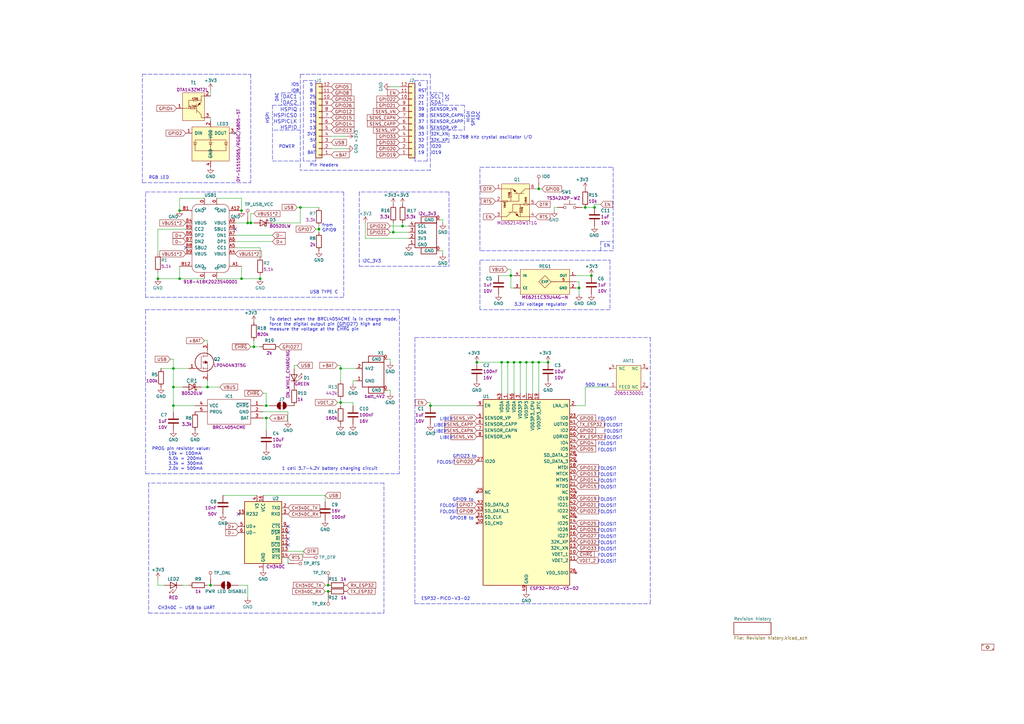
<source format=kicad_sch>
(kicad_sch (version 20211123) (generator eeschema)
  (paper "A3")
  (title_block (title "Carbon V3") (date "2021-12-08") (rev "0.0.3") (company "GroundStudio.ro") (comment 1 "Schematic: Victor"))
  (junction (at 242.57 113.03))
  (junction (at 64.77 114.3))
  (junction (at 104.14 142.24))
  (junction (at 218.44 148.59))
  (junction (at 213.36 148.59))
  (junction (at 109.22 171.45))
  (junction (at 205.74 148.59))
  (junction (at 161.29 95.25))
  (junction (at 139.7 151.13))
  (junction (at 195.58 148.59))
  (junction (at 134.62 242.57))
  (junction (at 209.55 113.03))
  (junction (at 139.7 165.1))
  (junction (at 109.22 166.37))
  (junction (at 71.12 158.75))
  (junction (at 102.87 91.44))
  (junction (at 134.62 240.03))
  (junction (at 208.28 148.59))
  (junction (at 71.12 151.13))
  (junction (at 240.03 85.09))
  (junction (at 220.98 148.59))
  (junction (at 165.1 92.71))
  (junction (at 237.49 118.11))
  (junction (at 123.19 85.09))
  (junction (at 73.66 86.36))
  (junction (at 101.6 91.44))
  (junction (at 130.81 93.98))
  (junction (at 99.06 86.36))
  (junction (at 210.82 148.59))
  (junction (at 71.12 166.37))
  (junction (at 106.68 114.3))
  (junction (at 86.36 240.03))
  (junction (at 215.9 148.59))
  (junction (at 73.66 114.3))
  (junction (at 99.06 114.3))
  (junction (at 85.09 158.75))
  (junction (at 176.53 166.37))
  (junction (at 220.98 77.47))
  (junction (at 224.79 148.59))
  (junction (at 243.84 85.09))
  (no_connect (at 118.11 218.44))
  (no_connect (at 96.52 93.98))
  (no_connect (at 96.52 54.61))
  (no_connect (at 76.2 101.6))
  (no_connect (at 118.11 223.52))
  (no_connect (at 97.79 210.82))
  (no_connect (at 118.11 215.9))
  (no_connect (at 118.11 220.98))
  (wire (pts (xy 71.12 166.37) (xy 71.12 168.91)))
  (wire (pts (xy 107.95 166.37) (xy 109.22 166.37)))
  (polyline (pts (xy 124.46 66.04) (xy 124.46 33.02)))
  (wire (pts (xy 160.02 161.29) (xy 160.02 160.02)))
  (polyline (pts (xy 59.69 78.74) (xy 140.97 78.74)))
  (wire (pts (xy 133.35 242.57) (xy 134.62 242.57)))
  (wire (pts (xy 101.6 240.03) (xy 101.6 245.11)))
  (polyline (pts (xy 196.85 127) (xy 196.85 106.68)))
  (wire (pts (xy 209.55 110.49) (xy 209.55 113.03)))
  (polyline (pts (xy 59.69 127) (xy 163.83 127)))
  (wire (pts (xy 135.89 60.96) (xy 142.24 60.96)))
  (polyline (pts (xy 59.69 194.31) (xy 163.83 194.31)))
  (wire (pts (xy 215.9 161.29) (xy 215.9 148.59)))
  (wire (pts (xy 118.11 226.06) (xy 124.46 226.06)))
  (polyline (pts (xy 59.69 127) (xy 59.69 194.31)))
  (polyline (pts (xy 184.15 78.74) (xy 184.15 109.22)))
  (wire (pts (xy 73.66 81.28) (xy 83.82 81.28)))
  (wire (pts (xy 133.35 205.74) (xy 133.35 203.2)))
  (polyline (pts (xy 147.32 78.74) (xy 147.32 109.22)))
  (polyline (pts (xy 176.53 58.42) (xy 184.15 58.42)))
  (polyline (pts (xy 140.97 121.92) (xy 59.69 121.92)))
  (polyline (pts (xy 176.53 30.48) (xy 176.53 69.85)))
  (wire (pts (xy 124.46 226.06) (xy 124.46 228.6)))
  (wire (pts (xy 160.02 147.32) (xy 158.75 147.32)))
  (wire (pts (xy 85.09 139.7) (xy 85.09 140.97)))
  (wire (pts (xy 118.11 231.14) (xy 118.11 228.6)))
  (polyline (pts (xy 170.18 33.02) (xy 175.26 33.02)))
  (wire (pts (xy 139.7 163.83) (xy 139.7 165.1)))
  (polyline (pts (xy 157.48 198.12) (xy 60.96 198.12)))
  (wire (pts (xy 220.98 148.59) (xy 220.98 161.29)))
  (polyline (pts (xy 251.46 68.58) (xy 251.46 102.87)))
  (polyline (pts (xy 102.87 30.48) (xy 102.87 74.93)))
  (wire (pts (xy 74.93 158.75) (xy 71.12 158.75)))
  (wire (pts (xy 205.74 148.59) (xy 195.58 148.59)))
  (wire (pts (xy 160.02 95.25) (xy 161.29 95.25)))
  (wire (pts (xy 213.36 148.59) (xy 210.82 148.59)))
  (wire (pts (xy 96.52 101.6) (xy 106.68 101.6)))
  (polyline (pts (xy 170.18 138.43) (xy 266.7 138.43)))
  (wire (pts (xy 74.93 240.03) (xy 77.47 240.03)))
  (wire (pts (xy 106.68 113.03) (xy 106.68 114.3)))
  (wire (pts (xy 130.81 93.98) (xy 130.81 95.25)))
  (polyline (pts (xy 175.26 33.02) (xy 175.26 66.04)))
  (wire (pts (xy 205.74 148.59) (xy 205.74 161.29)))
  (polyline (pts (xy 115.57 38.1) (xy 123.19 38.1)))
  (wire (pts (xy 71.12 147.32) (xy 71.12 151.13)))
  (wire (pts (xy 180.34 90.17) (xy 181.61 90.17)))
  (polyline (pts (xy 176.53 53.34) (xy 190.5 53.34)))
  (wire (pts (xy 133.35 240.03) (xy 134.62 240.03)))
  (polyline (pts (xy 111.76 43.18) (xy 111.76 66.04)))
  (wire (pts (xy 88.9 114.3) (xy 99.06 114.3)))
  (polyline (pts (xy 129.54 66.04) (xy 124.46 66.04)))
  (polyline (pts (xy 190.5 53.34) (xy 190.5 43.18)))
  (polyline (pts (xy 184.15 58.42) (xy 184.15 53.34)))
  (polyline (pts (xy 250.19 127) (xy 196.85 127)))
  (wire (pts (xy 208.28 148.59) (xy 210.82 148.59)))
  (wire (pts (xy 209.55 113.03) (xy 204.47 113.03)))
  (polyline (pts (xy 246.38 99.06) (xy 251.46 99.06)))
  (polyline (pts (xy 60.96 251.46) (xy 157.48 251.46)))
  (wire (pts (xy 71.12 151.13) (xy 71.12 158.75)))
  (wire (pts (xy 85.09 156.21) (xy 85.09 158.75)))
  (wire (pts (xy 64.77 93.98) (xy 76.2 93.98)))
  (wire (pts (xy 144.78 156.21) (xy 146.05 156.21)))
  (wire (pts (xy 73.66 114.3) (xy 83.82 114.3)))
  (wire (pts (xy 240.03 166.37) (xy 240.03 158.75)))
  (wire (pts (xy 64.77 240.03) (xy 67.31 240.03)))
  (wire (pts (xy 213.36 161.29) (xy 213.36 148.59)))
  (wire (pts (xy 66.04 151.13) (xy 71.12 151.13)))
  (polyline (pts (xy 123.19 30.48) (xy 176.53 30.48)))
  (wire (pts (xy 160.02 35.56) (xy 163.83 35.56)))
  (wire (pts (xy 107.95 161.29) (xy 109.22 161.29)))
  (polyline (pts (xy 129.54 33.02) (xy 129.54 66.04)))
  (wire (pts (xy 109.22 171.45) (xy 110.49 171.45)))
  (wire (pts (xy 236.22 115.57) (xy 237.49 115.57)))
  (polyline (pts (xy 196.85 106.68) (xy 250.19 106.68)))
  (wire (pts (xy 73.66 109.22) (xy 73.66 114.3)))
  (polyline (pts (xy 181.61 38.1) (xy 176.53 38.1)))
  (polyline (pts (xy 190.5 43.18) (xy 176.53 43.18)))
  (wire (pts (xy 97.79 240.03) (xy 101.6 240.03)))
  (polyline (pts (xy 140.97 78.74) (xy 140.97 121.92)))
  (wire (pts (xy 102.87 91.44) (xy 104.14 91.44)))
  (wire (pts (xy 99.06 81.28) (xy 99.06 86.36)))
  (polyline (pts (xy 163.83 127) (xy 163.83 194.31)))
  (wire (pts (xy 96.52 96.52) (xy 111.76 96.52)))
  (wire (pts (xy 109.22 161.29) (xy 109.22 166.37)))
  (wire (pts (xy 209.55 118.11) (xy 210.82 118.11)))
  (polyline (pts (xy 157.48 251.46) (xy 157.48 198.12)))
  (wire (pts (xy 220.98 77.47) (xy 222.25 77.47)))
  (wire (pts (xy 208.28 148.59) (xy 208.28 161.29)))
  (wire (pts (xy 227.33 86.36) (xy 227.33 85.09)))
  (wire (pts (xy 144.78 165.1) (xy 144.78 166.37)))
  (polyline (pts (xy 111.76 66.04) (xy 123.19 66.04)))
  (wire (pts (xy 85.09 240.03) (xy 86.36 240.03)))
  (wire (pts (xy 73.66 86.36) (xy 73.66 81.28)))
  (wire (pts (xy 69.85 147.32) (xy 71.12 147.32)))
  (polyline (pts (xy 123.19 30.48) (xy 123.19 69.85)))
  (wire (pts (xy 130.81 85.09) (xy 123.19 85.09)))
  (wire (pts (xy 135.89 55.88) (xy 142.24 55.88)))
  (wire (pts (xy 240.03 158.75) (xy 250.19 158.75)))
  (polyline (pts (xy 250.19 106.68) (xy 250.19 127)))
  (wire (pts (xy 85.09 158.75) (xy 90.17 158.75)))
  (polyline (pts (xy 58.42 30.48) (xy 102.87 30.48)))
  (wire (pts (xy 104.14 87.63) (xy 102.87 87.63)))
  (polyline (pts (xy 246.38 102.87) (xy 246.38 99.06)))
  (polyline (pts (xy 196.85 68.58) (xy 251.46 68.58)))
  (polyline (pts (xy 147.32 109.22) (xy 184.15 109.22)))
  (wire (pts (xy 77.47 151.13) (xy 71.12 151.13)))
  (wire (pts (xy 101.6 91.44) (xy 102.87 91.44)))
  (wire (pts (xy 236.22 118.11) (xy 237.49 118.11)))
  (wire (pts (xy 120.65 149.86) (xy 120.65 151.13)))
  (wire (pts (xy 86.36 48.26) (xy 86.36 49.53)))
  (wire (pts (xy 205.74 148.59) (xy 208.28 148.59)))
  (polyline (pts (xy 115.57 38.1) (xy 115.57 43.18)))
  (wire (pts (xy 243.84 83.82) (xy 246.38 83.82)))
  (wire (pts (xy 96.52 99.06) (xy 111.76 99.06)))
  (wire (pts (xy 218.44 148.59) (xy 218.44 161.29)))
  (polyline (pts (xy 181.61 38.1) (xy 181.61 43.18)))
  (wire (pts (xy 106.68 101.6) (xy 106.68 105.41)))
  (wire (pts (xy 123.19 85.09) (xy 123.19 91.44)))
  (wire (pts (xy 118.11 168.91) (xy 118.11 172.72)))
  (wire (pts (xy 160.02 92.71) (xy 165.1 92.71)))
  (wire (pts (xy 138.43 149.86) (xy 139.7 149.86)))
  (wire (pts (xy 96.52 91.44) (xy 101.6 91.44)))
  (wire (pts (xy 130.81 92.71) (xy 130.81 93.98)))
  (wire (pts (xy 236.22 166.37) (xy 240.03 166.37)))
  (polyline (pts (xy 170.18 247.65) (xy 170.18 138.43)))
  (polyline (pts (xy 58.42 74.93) (xy 102.87 74.93)))
  (polyline (pts (xy 175.26 66.04) (xy 170.18 66.04)))
  (wire (pts (xy 102.87 87.63) (xy 102.87 91.44)))
  (wire (pts (xy 139.7 149.86) (xy 139.7 151.13)))
  (wire (pts (xy 161.29 95.25) (xy 167.64 95.25)))
  (wire (pts (xy 64.77 111.76) (xy 64.77 114.3)))
  (wire (pts (xy 139.7 151.13) (xy 146.05 151.13)))
  (wire (pts (xy 218.44 148.59) (xy 220.98 148.59)))
  (wire (pts (xy 237.49 115.57) (xy 237.49 118.11)))
  (wire (pts (xy 219.71 77.47) (xy 220.98 77.47)))
  (wire (pts (xy 88.9 81.28) (xy 99.06 81.28)))
  (wire (pts (xy 227.33 85.09) (xy 228.6 85.09)))
  (polyline (pts (xy 124.46 33.02) (xy 129.54 33.02)))
  (wire (pts (xy 129.54 93.98) (xy 130.81 93.98)))
  (wire (pts (xy 99.06 114.3) (xy 99.06 109.22)))
  (wire (pts (xy 210.82 148.59) (xy 210.82 161.29)))
  (polyline (pts (xy 111.76 43.18) (xy 123.19 43.18)))
  (polyline (pts (xy 170.18 247.65) (xy 266.7 247.65)))
  (wire (pts (xy 104.14 139.7) (xy 104.14 142.24)))
  (wire (pts (xy 165.1 92.71) (xy 167.64 92.71)))
  (wire (pts (xy 109.22 176.53) (xy 109.22 171.45)))
  (wire (pts (xy 209.55 113.03) (xy 209.55 118.11)))
  (wire (pts (xy 107.95 203.2) (xy 133.35 203.2)))
  (polyline (pts (xy 59.69 121.92) (xy 59.69 78.74)))
  (wire (pts (xy 180.34 102.87) (xy 181.61 102.87)))
  (wire (pts (xy 107.95 171.45) (xy 109.22 171.45)))
  (wire (pts (xy 71.12 166.37) (xy 80.01 166.37)))
  (wire (pts (xy 240.03 85.09) (xy 243.84 85.09)))
  (wire (pts (xy 243.84 85.09) (xy 243.84 83.82)))
  (wire (pts (xy 238.76 85.09) (xy 240.03 85.09)))
  (polyline (pts (xy 176.53 69.85) (xy 123.19 69.85)))
  (wire (pts (xy 181.61 90.17) (xy 181.61 91.44)))
  (polyline (pts (xy 123.19 53.34) (xy 111.76 53.34)))
  (wire (pts (xy 161.29 91.44) (xy 161.29 95.25)))
  (wire (pts (xy 208.28 110.49) (xy 209.55 110.49)))
  (wire (pts (xy 237.49 118.11) (xy 237.49 120.65)))
  (wire (pts (xy 149.86 97.79) (xy 167.64 97.79)))
  (wire (pts (xy 139.7 151.13) (xy 139.7 156.21)))
  (wire (pts (xy 73.66 114.3) (xy 64.77 114.3)))
  (polyline (pts (xy 170.18 66.04) (xy 170.18 33.02)))
  (polyline (pts (xy 196.85 102.87) (xy 196.85 68.58)))
  (wire (pts (xy 236.22 113.03) (xy 242.57 113.03)))
  (polyline (pts (xy 60.96 198.12) (xy 60.96 251.46)))
  (wire (pts (xy 175.26 165.1) (xy 176.53 165.1)))
  (wire (pts (xy 71.12 158.75) (xy 71.12 166.37)))
  (wire (pts (xy 111.76 91.44) (xy 123.19 91.44)))
  (wire (pts (xy 181.61 102.87) (xy 181.61 104.14)))
  (wire (pts (xy 215.9 148.59) (xy 218.44 148.59)))
  (wire (pts (xy 176.53 165.1) (xy 176.53 166.37)))
  (wire (pts (xy 144.78 165.1) (xy 139.7 165.1)))
  (polyline (pts (xy 184.15 78.74) (xy 147.32 78.74)))
  (wire (pts (xy 99.06 114.3) (xy 106.68 114.3)))
  (wire (pts (xy 165.1 91.44) (xy 165.1 92.71)))
  (wire (pts (xy 109.22 166.37) (xy 110.49 166.37)))
  (wire (pts (xy 104.14 142.24) (xy 106.68 142.24)))
  (polyline (pts (xy 266.7 138.43) (xy 266.7 247.65)))
  (wire (pts (xy 160.02 160.02) (xy 158.75 160.02)))
  (wire (pts (xy 121.92 149.86) (xy 120.65 149.86)))
  (polyline (pts (xy 251.46 102.87) (xy 196.85 102.87)))
  (wire (pts (xy 102.87 142.24) (xy 104.14 142.24)))
  (wire (pts (xy 105.41 203.2) (xy 91.44 203.2)))
  (wire (pts (xy 139.7 165.1) (xy 139.7 166.37)))
  (wire (pts (xy 86.36 240.03) (xy 87.63 240.03)))
  (wire (pts (xy 86.36 36.83) (xy 86.36 39.37)))
  (wire (pts (xy 144.78 157.48) (xy 144.78 156.21)))
  (polyline (pts (xy 58.42 74.93) (xy 58.42 30.48)))
  (wire (pts (xy 220.98 148.59) (xy 224.79 148.59)))
  (wire (pts (xy 138.43 165.1) (xy 139.7 165.1)))
  (wire (pts (xy 82.55 158.75) (xy 85.09 158.75)))
  (wire (pts (xy 215.9 148.59) (xy 213.36 148.59)))
  (wire (pts (xy 64.77 104.14) (xy 64.77 93.98)))
  (wire (pts (xy 176.53 166.37) (xy 195.58 166.37)))
  (wire (pts (xy 149.86 91.44) (xy 149.86 97.79)))
  (wire (pts (xy 107.95 168.91) (xy 118.11 168.91)))
  (wire (pts (xy 83.82 139.7) (xy 85.09 139.7)))
  (wire (pts (xy 160.02 148.59) (xy 160.02 147.32)))
  (wire (pts (xy 64.77 237.49) (xy 64.77 240.03)))
  (wire (pts (xy 210.82 113.03) (xy 209.55 113.03)))
  (wire (pts (xy 121.92 85.09) (xy 123.19 85.09)))
  (text "IO20" (at 176.53 60.96 0) (effects (font (size 1.27 1.27)) (justify left bottom)))
  (text "GPIO23 to" (at 195.58 187.96 180) (effects (font (size 1.27 1.27)) (justify right bottom)))
  (text "RST" (at 171.45 38.1 0) (effects (font (size 1.27 1.27)) (justify left bottom)))
  (text "FOLOSIT" (at 245.11 195.58 0) (effects (font (size 1.27 1.27)) (justify left bottom)))
  (text "3.3V voltage regulator" (at 210.82 125.73 0) (effects (font (size 1.27 1.27)) (justify left bottom)))
  (text "GPIO18 to" (at 194.31 213.36 180) (effects (font (size 1.27 1.27)) (justify right bottom)))
  (text "LIBER" (at 180.34 180.34 0) (effects (font (size 1.27 1.27)) (justify left bottom)))
  (text "FOLOSIT" (at 245.11 185.42 0) (effects (font (size 1.27 1.27)) (justify left bottom)))
  (text "3V3" (at 129.54 55.88 180) (effects (font (size 1.27 1.27)) (justify right bottom)))
  (text "19" (at 171.45 63.5 0) (effects (font (size 1.27 1.27)) (justify left bottom)))
  (text "HIGH\nSPEED\nADC" (at 196.85 45.72 270) (effects (font (size 1.27 1.27)) (justify right bottom)))
  (text "25" (at 129.54 40.64 180) (effects (font (size 1.27 1.27)) (justify right bottom)))
  (text "BAT" (at 129.54 63.5 180) (effects (font (size 1.27 1.27)) (justify right bottom)))
  (text "I2C" (at 184.15 41.91 90) (effects (font (size 1.27 1.27)) (justify left bottom)))
  (text "FOLOSIT" (at 247.65 177.8 0) (effects (font (size 1.27 1.27)) (justify left bottom)))
  (text "FOLOSIT" (at 179.07 190.5 0) (effects (font (size 1.27 1.27)) (justify left bottom)))
  (text "FOLOSIT" (at 245.11 182.88 0) (effects (font (size 1.27 1.27)) (justify left bottom)))
  (text "FOLOSIT" (at 245.11 208.28 0) (effects (font (size 1.27 1.27)) (justify left bottom)))
  (text "26" (at 129.54 43.18 180) (effects (font (size 1.27 1.27)) (justify right bottom)))
  (text "FOLOSIT" (at 180.34 208.28 0) (effects (font (size 1.27 1.27)) (justify left bottom)))
  (text "32K_XN" (at 176.53 55.88 0) (effects (font (size 1.27 1.27)) (justify left bottom)))
  (text "8" (at 127 38.1 0) (effects (font (size 1.27 1.27)) (justify left bottom)))
  (text "22" (at 171.45 40.64 0) (effects (font (size 1.27 1.27)) (justify left bottom)))
  (text "USB TYPE C" (at 127 120.65 0) (effects (font (size 1.27 1.27)) (justify left bottom)))
  (text "HSPIQ\nHSPICS0\nHSPICLK\nHSPID\n" (at 121.92 53.34 180) (effects (font (size 1.524 1.524)) (justify right bottom)))
  (text "RGB LED" (at 60.96 73.66 0) (effects (font (size 1.27 1.27)) (justify left bottom)))
  (text "FOLOSIT" (at 245.11 218.44 0) (effects (font (size 1.27 1.27)) (justify left bottom)))
  (text "SENSOR_CAPP" (at 176.53 50.8 0) (effects (font (size 1.27 1.27)) (justify left bottom)))
  (text "FOLOSIT" (at 245.11 215.9 0) (effects (font (size 1.27 1.27)) (justify left bottom)))
  (text "32K_XP" (at 176.53 58.42 0) (effects (font (size 1.27 1.27)) (justify left bottom)))
  (text "15" (at 129.54 48.26 180) (effects (font (size 1.27 1.27)) (justify right bottom)))
  (text "EN" (at 247.65 101.6 0) (effects (font (size 1.27 1.27)) (justify left bottom)))
  (text "FOLOSIT" (at 180.34 210.82 0) (effects (font (size 1.27 1.27)) (justify left bottom)))
  (text "SENSOR_VN" (at 176.53 45.72 0) (effects (font (size 1.27 1.27)) (justify left bottom)))
  (text "14" (at 129.54 50.8 180) (effects (font (size 1.27 1.27)) (justify right bottom)))
  (text "IO19" (at 176.53 63.5 0) (effects (font (size 1.27 1.27)) (justify left bottom)))
  (text "DAC" (at 114.3 41.91 90) (effects (font (size 1.27 1.27)) (justify left bottom)))
  (text "12" (at 129.54 45.72 180) (effects (font (size 1.27 1.27)) (justify right bottom)))
  (text "FOLOSIT" (at 245.11 210.82 0) (effects (font (size 1.27 1.27)) (justify left bottom)))
  (text "G" (at 129.54 60.96 180) (effects (font (size 1.27 1.27)) (justify right bottom)))
  (text "PROG pin resistor value:\n       10k = 100mA\n       5.0k = 200mA\n       3.3k = 300mA\n       2.0k = 500mA" (at 62.23 193.04 0) (effects (font (size 1.27 1.27)) (justify left bottom)))
  (text "FOLOSIT" (at 245.11 200.66 0) (effects (font (size 1.27 1.27)) (justify left bottom)))
  (text "FOLOSIT" (at 247.65 180.34 0) (effects (font (size 1.27 1.27)) (justify left bottom)))
  (text "FOLOSIT" (at 245.11 193.04 0) (effects (font (size 1.27 1.27)) (justify left bottom)))
  (text "POWER" (at 114.3 60.96 0) (effects (font (size 1.27 1.27)) (justify left bottom)))
  (text "38" (at 171.45 48.26 0) (effects (font (size 1.27 1.27)) (justify left bottom)))
  (text "5" (at 127 35.56 0) (effects (font (size 1.27 1.27)) (justify left bottom)))
  (text "CH340C - USB to UART" (at 64.77 250.19 0) (effects (font (size 1.27 1.27)) (justify left bottom)))
  (text "IO8" (at 119.38 38.1 0) (effects (font (size 1.27 1.27)) (justify left bottom)))
  (text "FOLOSIT" (at 245.11 220.98 0) (effects (font (size 1.27 1.27)) (justify left bottom)))
  (text "36" (at 171.45 53.34 0) (effects (font (size 1.27 1.27)) (justify left bottom)))
  (text "32" (at 171.45 58.42 0) (effects (font (size 1.27 1.27)) (justify left bottom)))
  (text "FOLOSIT" (at 247.65 175.26 0) (effects (font (size 1.27 1.27)) (justify left bottom)))
  (text "FOLOSIT" (at 245.11 172.72 0) (effects (font (size 1.27 1.27)) (justify left bottom)))
  (text "FOLOSIT" (at 245.11 205.74 0) (effects (font (size 1.27 1.27)) (justify left bottom)))
  (text "13" (at 129.54 53.34 180) (effects (font (size 1.27 1.27)) (justify right bottom)))
  (text "SENSOR_VP" (at 176.53 53.34 0) (effects (font (size 1.27 1.27)) (justify left bottom)))
  (text "33" (at 171.45 55.88 0) (effects (font (size 1.27 1.27)) (justify left bottom)))
  (text "20" (at 171.45 60.96 0) (effects (font (size 1.27 1.27)) (justify left bottom)))
  (text "HSPI" (at 110.49 50.8 90) (effects (font (size 1.27 1.27)) (justify left bottom)))
  (text "from\nGPIO9" (at 132.08 95.25 0) (effects (font (size 1.27 1.27)) (justify left bottom)))
  (text "FOLOSIT" (at 245.11 198.12 0) (effects (font (size 1.27 1.27)) (justify left bottom)))
  (text "32.768 kHz crystal oscillator I/O" (at 185.42 57.15 0) (effects (font (size 1.27 1.27)) (justify left bottom)))
  (text "5V" (at 129.54 58.42 180) (effects (font (size 1.27 1.27)) (justify right bottom)))
  (text "LIBER" (at 177.8 177.8 0) (effects (font (size 1.27 1.27)) (justify left bottom)))
  (text "I2C_3V3" (at 148.59 107.95 0) (effects (font (size 1.27 1.27)) (justify left bottom)))
  (text "To detect when the BRCL4054CME is in charge mode,\nforce the digital output pin (GPIO27) high and\nmeasure the voltage at the ~{CHRG} pin" (at 110.49 135.89 0) (effects (font (size 1.27 1.27)) (justify left bottom)))
  (text "IO5" (at 119.38 35.56 0) (effects (font (size 1.27 1.27)) (justify left bottom)))
  (text "Pin Headers" (at 127 68.58 0) (effects (font (size 1.27 1.27)) (justify left bottom)))
  (text "GPIO9 to" (at 194.31 205.74 180) (effects (font (size 1.27 1.27)) (justify right bottom)))
  (text "DAC1\nDAC2\n" (at 121.92 43.18 180) (effects (font (size 1.524 1.524)) (justify right bottom)))
  (text "FOLOSIT" (at 245.11 223.52 0) (effects (font (size 1.27 1.27)) (justify left bottom)))
  (text "G" (at 171.45 35.56 0) (effects (font (size 1.27 1.27)) (justify left bottom)))
  (text "FOLOSIT" (at 245.11 231.14 0) (effects (font (size 1.27 1.27)) (justify left bottom)))
  (text "21" (at 171.45 43.18 0) (effects (font (size 1.27 1.27)) (justify left bottom)))
  (text "ESP32-PICO-V3-02" (at 172.72 246.38 0) (effects (font (size 1.27 1.27)) (justify left bottom)))
  (text "LIBER" (at 180.34 172.72 0) (effects (font (size 1.27 1.27)) (justify left bottom)))
  (text "39" (at 171.45 45.72 0) (effects (font (size 1.27 1.27)) (justify left bottom)))
  (text "FOLOSIT" (at 245.11 226.06 0) (effects (font (size 1.27 1.27)) (justify left bottom)))
  (text "37" (at 171.45 50.8 0) (effects (font (size 1.27 1.27)) (justify left bottom)))
  (text "50Ω track" (at 240.03 158.75 0) (effects (font (size 1.27 1.27)) (justify left bottom)))
  (text "SENSOR_CAPN" (at 176.53 48.26 0) (effects (font (size 1.27 1.27)) (justify left bottom)))
  (text "FOLOSIT" (at 245.11 228.6 0) (effects (font (size 1.27 1.27)) (justify left bottom)))
  (text "LIBER" (at 177.8 175.26 0) (effects (font (size 1.27 1.27)) (justify left bottom)))
  (text "1 cell 3.7-4.2V battery charging circuit" (at 115.57 193.04 0) (effects (font (size 1.27 1.27)) (justify left bottom)))
  (text "SCL\nSDA\n" (at 176.53 43.18 0) (effects (font (size 1.524 1.524)) (justify left bottom)))
  (global_label "VDET_2" (shape input) (at 236.22 229.87 0) (property "Intersheet References" "${INTERSHEET_REFS}" (effects hide)))
  (global_label "CH340C_TX" (shape input) (at 133.35 240.03 180) (property "Intersheet References" "${INTERSHEET_REFS}" (effects hide)))
  (global_label "SENS_CAPP" (shape input) (at 195.58 173.99 180) (property "Intersheet References" "${INTERSHEET_REFS}" (effects hide)))
  (global_label "GPIO14" (shape input) (at 135.89 50.8 0) (property "Intersheet References" "${INTERSHEET_REFS}" (effects hide)))
  (global_label "RTS" (shape input) (at 203.2 82.55 180) (property "Intersheet References" "${INTERSHEET_REFS}" (effects hide)))
  (global_label "GPIO19" (shape input) (at 163.83 63.5 180) (property "Intersheet References" "${INTERSHEET_REFS}" (effects hide)))
  (global_label "EN" (shape input) (at 246.38 83.82 0) (property "Intersheet References" "${INTERSHEET_REFS}" (effects hide)))
  (global_label "GPIO19" (shape input) (at 236.22 204.47 0) (property "Intersheet References" "${INTERSHEET_REFS}" (effects hide)))
  (global_label "GPIO13" (shape input) (at 135.89 53.34 0) (property "Intersheet References" "${INTERSHEET_REFS}" (effects hide)))
  (global_label "GPIO15" (shape input) (at 135.89 48.26 0) (property "Intersheet References" "${INTERSHEET_REFS}" (effects hide)))
  (global_label "SENS_CAPN" (shape input) (at 195.58 176.53 180) (property "Intersheet References" "${INTERSHEET_REFS}" (effects hide)))
  (global_label "GPIO20" (shape input) (at 195.58 189.23 180) (property "Intersheet References" "${INTERSHEET_REFS}" (effects hide)))
  (global_label "GPIO2" (shape input) (at 236.22 176.53 0) (property "Intersheet References" "${INTERSHEET_REFS}" (effects hide)))
  (global_label "VDET_2" (shape input) (at 138.43 165.1 180) (property "Intersheet References" "${INTERSHEET_REFS}" (effects hide)))
  (global_label "D+" (shape input) (at 97.79 215.9 180) (property "Intersheet References" "${INTERSHEET_REFS}" (effects hide)))
  (global_label "SENS_CAPN" (shape input) (at 163.83 48.26 180) (property "Intersheet References" "${INTERSHEET_REFS}" (effects hide)))
  (global_label "GPIO8" (shape input) (at 135.89 38.1 0) (property "Intersheet References" "${INTERSHEET_REFS}" (effects hide)))
  (global_label "TX_ESP32" (shape input) (at 236.22 173.99 0) (property "Intersheet References" "${INTERSHEET_REFS}" (effects hide)))
  (global_label "GPIO2" (shape input) (at 76.2 54.61 180) (property "Intersheet References" "${INTERSHEET_REFS}" (effects hide)))
  (global_label "+BAT" (shape input) (at 138.43 149.86 180) (property "Intersheet References" "${INTERSHEET_REFS}" (effects hide)))
  (global_label "USB" (shape input) (at 121.92 149.86 0) (property "Intersheet References" "${INTERSHEET_REFS}" (effects hide)))
  (global_label "GPIO5" (shape input) (at 236.22 184.15 0) (property "Intersheet References" "${INTERSHEET_REFS}" (effects hide)))
  (global_label "D+" (shape input) (at 76.2 96.52 180) (property "Intersheet References" "${INTERSHEET_REFS}" (effects hide)))
  (global_label "D-" (shape input) (at 111.76 96.52 0) (property "Intersheet References" "${INTERSHEET_REFS}" (effects hide)))
  (global_label "GPIO15" (shape input) (at 236.22 199.39 0) (property "Intersheet References" "${INTERSHEET_REFS}" (effects hide)))
  (global_label "SENS_VN" (shape input) (at 195.58 179.07 180) (property "Intersheet References" "${INTERSHEET_REFS}" (effects hide)))
  (global_label "GPIO32" (shape input) (at 163.83 58.42 180) (property "Intersheet References" "${INTERSHEET_REFS}" (effects hide)))
  (global_label "GPIO26" (shape input) (at 135.89 43.18 0) (property "Intersheet References" "${INTERSHEET_REFS}" (effects hide)))
  (global_label "~{CHRG}" (shape input) (at 102.87 142.24 180) (property "Intersheet References" "${INTERSHEET_REFS}" (effects hide)))
  (global_label "GPIO22" (shape input) (at 236.22 209.55 0) (property "Intersheet References" "${INTERSHEET_REFS}" (effects hide)))
  (global_label "GPIO33" (shape input) (at 236.22 224.79 0) (property "Intersheet References" "${INTERSHEET_REFS}" (effects hide)))
  (global_label "VBUS1*2" (shape input) (at 96.52 104.14 0) (property "Intersheet References" "${INTERSHEET_REFS}" (effects hide)))
  (global_label "GPIO8" (shape input) (at 195.58 209.55 180) (property "Intersheet References" "${INTERSHEET_REFS}" (effects hide)))
  (global_label "EN" (shape input) (at 203.2 88.9 180) (property "Intersheet References" "${INTERSHEET_REFS}" (effects hide)))
  (global_label "GPIO22" (shape input) (at 160.02 92.71 180) (property "Intersheet References" "${INTERSHEET_REFS}" (effects hide)))
  (global_label "GPIO25" (shape input) (at 236.22 214.63 0) (property "Intersheet References" "${INTERSHEET_REFS}" (effects hide)))
  (global_label "GPIO22" (shape input) (at 163.83 40.64 180) (property "Intersheet References" "${INTERSHEET_REFS}" (effects hide)))
  (global_label "SENS_VN" (shape input) (at 163.83 45.72 180) (property "Intersheet References" "${INTERSHEET_REFS}" (effects hide)))
  (global_label "VBUS" (shape input) (at 208.28 110.49 180) (property "Intersheet References" "${INTERSHEET_REFS}" (effects hide)))
  (global_label "RX_ESP32" (shape input) (at 142.24 240.03 0) (property "Intersheet References" "${INTERSHEET_REFS}" (effects hide)))
  (global_label "GPIO21" (shape input) (at 163.83 43.18 180) (property "Intersheet References" "${INTERSHEET_REFS}" (effects hide)))
  (global_label "USB" (shape input) (at 121.92 85.09 180) (property "Intersheet References" "${INTERSHEET_REFS}" (effects hide)))
  (global_label "GPIO20" (shape input) (at 163.83 60.96 180) (property "Intersheet References" "${INTERSHEET_REFS}" (effects hide)))
  (global_label "GPIO27" (shape input) (at 114.3 142.24 0) (property "Intersheet References" "${INTERSHEET_REFS}" (effects hide)))
  (global_label "GPIO13" (shape input) (at 236.22 194.31 0) (property "Intersheet References" "${INTERSHEET_REFS}" (effects hide)))
  (global_label "GPIO7" (shape input) (at 129.54 93.98 180) (property "Intersheet References" "${INTERSHEET_REFS}" (effects hide)))
  (global_label "D+" (shape input) (at 111.76 99.06 0) (property "Intersheet References" "${INTERSHEET_REFS}" (effects hide)))
  (global_label "+BAT" (shape input) (at 135.89 63.5 0) (property "Intersheet References" "${INTERSHEET_REFS}" (effects hide)))
  (global_label "GPIO0" (shape input) (at 236.22 171.45 0) (property "Intersheet References" "${INTERSHEET_REFS}" (effects hide)))
  (global_label "CH340C_RX" (shape input) (at 118.11 210.82 0) (property "Intersheet References" "${INTERSHEET_REFS}" (effects hide)))
  (global_label "USB" (shape input) (at 133.35 203.2 0) (property "Intersheet References" "${INTERSHEET_REFS}" (effects hide)))
  (global_label "+BAT" (shape input) (at 83.82 139.7 180) (property "Intersheet References" "${INTERSHEET_REFS}" (effects hide)))
  (global_label "SENS_VP" (shape input) (at 163.83 53.34 180) (property "Intersheet References" "${INTERSHEET_REFS}" (effects hide)))
  (global_label "TX_ESP32" (shape input) (at 142.24 242.57 0) (property "Intersheet References" "${INTERSHEET_REFS}" (effects hide)))
  (global_label "GPIO25" (shape input) (at 135.89 40.64 0) (property "Intersheet References" "${INTERSHEET_REFS}" (effects hide)))
  (global_label "GPIO0" (shape input) (at 222.25 77.47 0) (property "Intersheet References" "${INTERSHEET_REFS}" (effects hide)))
  (global_label "VBUS1*2" (shape input) (at 76.2 91.44 180) (property "Intersheet References" "${INTERSHEET_REFS}" (effects hide)))
  (global_label "~{CHRG}" (shape input) (at 236.22 227.33 0) (property "Intersheet References" "${INTERSHEET_REFS}" (effects hide)))
  (global_label "GPIO21" (shape input) (at 236.22 207.01 0) (property "Intersheet References" "${INTERSHEET_REFS}" (effects hide)))
  (global_label "GPIO4" (shape input) (at 236.22 181.61 0) (property "Intersheet References" "${INTERSHEET_REFS}" (effects hide)))
  (global_label "GPIO4" (shape input) (at 72.39 44.45 180) (property "Intersheet References" "${INTERSHEET_REFS}" (effects hide)))
  (global_label "CH340C_RX" (shape input) (at 133.35 242.57 180) (property "Intersheet References" "${INTERSHEET_REFS}" (effects hide)))
  (global_label "GPIO27" (shape input) (at 236.22 219.71 0) (property "Intersheet References" "${INTERSHEET_REFS}" (effects hide)))
  (global_label "DTR" (shape input) (at 124.46 226.06 0) (property "Intersheet References" "${INTERSHEET_REFS}" (effects hide)))
  (global_label "GPIO32" (shape input) (at 236.22 222.25 0) (property "Intersheet References" "${INTERSHEET_REFS}" (effects hide)))
  (global_label "DTR" (shape input) (at 219.71 83.82 0) (property "Intersheet References" "${INTERSHEET_REFS}" (effects hide)))
  (global_label "D-" (shape input) (at 97.79 218.44 180) (property "Intersheet References" "${INTERSHEET_REFS}" (effects hide)))
  (global_label "EN" (shape input) (at 175.26 165.1 180) (property "Intersheet References" "${INTERSHEET_REFS}" (effects hide)))
  (global_label "GPIO26" (shape input) (at 236.22 217.17 0) (property "Intersheet References" "${INTERSHEET_REFS}" (effects hide)))
  (global_label "GPIO12" (shape input) (at 236.22 191.77 0) (property "Intersheet References" "${INTERSHEET_REFS}" (effects hide)))
  (global_label "EN" (shape input) (at 163.83 38.1 180) (property "Intersheet References" "${INTERSHEET_REFS}" (effects hide)))
  (global_label "DTR" (shape input) (at 203.2 77.47 180) (property "Intersheet References" "${INTERSHEET_REFS}" (effects hide)))
  (global_label "+BAT" (shape input) (at 110.49 171.45 0) (property "Intersheet References" "${INTERSHEET_REFS}" (effects hide)))
  (global_label "VBUS" (shape input) (at 90.17 158.75 0) (property "Intersheet References" "${INTERSHEET_REFS}" (effects hide)))
  (global_label "GPIO33" (shape input) (at 163.83 55.88 180) (property "Intersheet References" "${INTERSHEET_REFS}" (effects hide)))
  (global_label "USB" (shape input) (at 135.89 58.42 0) (property "Intersheet References" "${INTERSHEET_REFS}" (effects hide)))
  (global_label "GPIO14" (shape input) (at 236.22 196.85 0) (property "Intersheet References" "${INTERSHEET_REFS}" (effects hide)))
  (global_label "RX_ESP32" (shape input) (at 236.22 179.07 0) (property "Intersheet References" "${INTERSHEET_REFS}" (effects hide)))
  (global_label "GPIO21" (shape input) (at 160.02 95.25 180) (property "Intersheet References" "${INTERSHEET_REFS}" (effects hide)))
  (global_label "D-" (shape input) (at 76.2 99.06 180) (property "Intersheet References" "${INTERSHEET_REFS}" (effects hide)))
  (global_label "SENS_CAPP" (shape input) (at 163.83 50.8 180) (property "Intersheet References" "${INTERSHEET_REFS}" (effects hide)))
  (global_label "CH340C_TX" (shape input) (at 118.11 208.28 0) (property "Intersheet References" "${INTERSHEET_REFS}" (effects hide)))
  (global_label "RTS" (shape input) (at 118.11 228.6 0) (property "Intersheet References" "${INTERSHEET_REFS}" (effects hide)))
  (global_label "GPIO5" (shape input) (at 135.89 35.56 0) (property "Intersheet References" "${INTERSHEET_REFS}" (effects hide)))
  (global_label "GPIO12" (shape input) (at 135.89 45.72 0) (property "Intersheet References" "${INTERSHEET_REFS}" (effects hide)))
  (global_label "~{CHRG}" (shape input) (at 107.95 161.29 180) (property "Intersheet References" "${INTERSHEET_REFS}" (effects hide)))
  (global_label "RTS" (shape input) (at 219.71 88.9 0) (property "Intersheet References" "${INTERSHEET_REFS}" (effects hide)))
  (global_label "VBUS1*2" (shape input) (at 104.14 87.63 0) (property "Intersheet References" "${INTERSHEET_REFS}" (effects hide)))
  (global_label "VBUS1*2" (shape input) (at 76.2 104.14 180) (property "Intersheet References" "${INTERSHEET_REFS}" (effects hide)))
  (global_label "SENS_VP" (shape input) (at 195.58 171.45 180) (property "Intersheet References" "${INTERSHEET_REFS}" (effects hide)))
  (global_label "GPIO7" (shape input) (at 195.58 207.01 180) (property "Intersheet References" "${INTERSHEET_REFS}" (effects hide)))
  (global_label "USB" (shape input) (at 69.85 147.32 180) (property "Intersheet References" "${INTERSHEET_REFS}" (effects hide)))
  (symbol (lib_id "GS_Local:Conn_01x12") (at 130.81 50.8 180) (unit 1)
    (property "Reference" "J1" (at 130.81 33.02 0))
    (property "Value" "PinHeader_1x12_P2.54_V_M A2541WV-12P" (effects hide))
    (property "Footprint" "GS_Local:PinHeader_1x12_P2.54mm_Vertical_Male" (effects hide))
    (property "Datasheet" "https://datasheet.lcsc.com/szlcsc/2010160505_CJT-Changjiang-Connectors-A2541WV-12P_C225487.pdf" (effects hide))
    (property "MPN" "A2541WV-12P" (effects hide))
    (property "LCSC" "C225487" (effects hide))
  )
  (symbol (lib_id "GS_Local:+3V3") (at 142.24 55.88 270) (unit 1)
    (property "Reference" "#PWR0108" (effects hide))
    (property "Value" "+3V3" (at 146.05 55.88 0))
  )
  (symbol (lib_id "GS_Local:GND") (at 142.24 60.96 90) (unit 1)
    (property "Reference" "#PWR0109" (effects hide))
    (property "Value" "GND" (at 146.05 60.96 0))
  )
  (symbol (lib_id "GS_Local:GND") (at 215.9 242.57 0) (unit 1)
    (property "Reference" "#PWR0101" (effects hide))
    (property "Value" "GND" (at 215.9 246.38 0))
  )
  (symbol (lib_id "GS_Local:Conn_01x12") (at 168.91 50.8 0) (mirror x) (unit 1)
    (property "Reference" "J2" (at 167.64 33.02 0) (effects (justify left)))
    (property "Value" "PinHeader_1x12_P2.54_V_M A2541WV-12P" (effects hide))
    (property "Footprint" "GS_Local:PinHeader_1x12_P2.54mm_Vertical_Male" (effects hide))
    (property "Datasheet" "https://datasheet.lcsc.com/szlcsc/2010160505_CJT-Changjiang-Connectors-A2541WV-12P_C225487.pdf" (effects hide))
    (property "MPN" "A2541WV-12P" (effects hide))
    (property "LCSC" "C225487" (effects hide))
  )
  (symbol (lib_id "GS_Local:+3V3") (at 195.58 148.59 0) (unit 1)
    (property "Reference" "#PWR0102" (effects hide))
    (property "Value" "+3V3" (at 194.31 144.78 0))
  )
  (symbol (lib_id "GS_Local:GND") (at 160.02 35.56 270) (mirror x) (unit 1)
    (property "Reference" "#PWR0111" (effects hide))
    (property "Value" "GND" (at 156.21 35.56 0))
  )
  (symbol (lib_id "GS_Local:C") (at 176.53 170.18 0) (unit 1)
    (property "Reference" "C1" (at 173.99 167.64 0) (effects (justify right)))
    (property "Value" "C_0402_1uF_10V" (effects hide))
    (property "Footprint" "GS_Local:C_0402_alt" (effects hide))
    (property "Datasheet" "https://datasheet.lcsc.com/szlcsc/2005061106_PSA-Prosperity-Dielectrics-FS15B105K100PKG_C525324.pdf" (effects hide))
    (property "MPN" "FS15B105K100PKG" (effects hide))
    (property "LCSC" "C525324" (effects hide))
    (property "Rated voltage" "10V" (at 173.99 172.72 0) (effects (justify right)))
    (property "Capacitance" "1uF" (at 173.99 170.18 0) (effects (justify right)))
  )
  (symbol (lib_id "GS_Local:GND") (at 176.53 173.99 0) (unit 1)
    (property "Reference" "#PWR0103" (effects hide))
    (property "Value" "GND" (at 176.53 177.8 0))
  )
  (symbol (lib_id "GS_Local:C") (at 195.58 152.4 0) (unit 1)
    (property "Reference" "C2" (at 198.12 149.86 0) (effects (justify left)))
    (property "Value" "C_0402_100nF_16V" (effects hide))
    (property "Footprint" "GS_Local:C_0402_alt" (effects hide))
    (property "Datasheet" "https://datasheet.lcsc.com/szlcsc/1912111437_Walsin-Tech-Corp-0402B104K100CT_C387941.pdf" (effects hide))
    (property "MPN" "0402B104K160CT" (effects hide))
    (property "LCSC" "C83056" (effects hide))
    (property "Rated voltage" "16V" (at 198.12 154.94 0) (effects (justify left)))
    (property "Capacitance" "100nF" (at 198.12 152.4 0) (effects (justify left)))
  )
  (symbol (lib_id "GS_Local:GND") (at 195.58 156.21 0) (unit 1)
    (property "Reference" "#PWR0104" (effects hide))
    (property "Value" "GND" (at 195.58 160.02 0))
  )
  (symbol (lib_id "GS_Local:DY-IR333C-A") (at 69.85 240.03 180) (unit 1)
    (property "Reference" "LED2" (at 71.12 237.49 0))
    (property "Value" "LED_0402_RED" (effects hide))
    (property "Footprint" "GS_Local:LED_0402_alt" (effects hide))
    (property "Datasheet" "https://datasheet.lcsc.com/szlcsc/2009251739_TUOZHAN-TZ-P2-0402RTIA1-0-45T_C779449.pdf" (effects hide))
    (property "MPN" "TZ-P2-0402RTIA1-0.45T" (effects hide))
    (property "LCSC" "C779449" (effects hide))
    (property "Function" "Power led" (effects hide))
    (property "Color" "RED" (at 71.12 245.11 0))
  )
  (symbol (lib_id "GS_Local:GND") (at 101.6 245.11 0) (unit 1)
    (property "Reference" "#PWR0131" (effects hide))
    (property "Value" "GND" (at 101.6 248.92 0))
  )
  (symbol (lib_id "GS_Local:TestPoint") (at 86.36 234.95 0) (unit 1)
    (property "Reference" "TP5" (effects hide))
    (property "Value" "TP_ONL" (at 87.63 234.95 0) (effects (justify left)))
    (property "Footprint" "GS_Local:TestPoint" (effects hide))
  )
  (symbol (lib_id "GS_Local:TestPoint") (at 134.62 247.65 180) (unit 1)
    (property "Reference" "TP7" (effects hide))
    (property "Value" "TP_RX" (at 130.81 247.65 0))
    (property "Footprint" "GS_Local:TestPoint" (effects hide))
  )
  (symbol (lib_id "GS_Local:TestPoint") (at 134.62 234.95 0) (unit 1)
    (property "Reference" "TP6" (effects hide))
    (property "Value" "TP_TX" (at 128.27 234.95 0) (effects (justify left)))
    (property "Footprint" "GS_Local:TestPoint" (effects hide))
  )
  (symbol (lib_id "GS_Local:R") (at 138.43 240.03 270) (unit 1)
    (property "Reference" "R11" (at 134.62 237.49 90) (effects (justify left)))
    (property "Value" "R_0402_1k" (effects hide))
    (property "Footprint" "GS_Local:R_0402_alt" (effects hide))
    (property "Datasheet" "https://datasheet.lcsc.com/szlcsc/1811141734_FH-Guangdong-Fenghua-Advanced-Tech-RC-02W1001FT_C226166.pdf" (effects hide))
    (property "MPN" "RC-02W1001FT" (effects hide))
    (property "LCSC" "C226166" (effects hide))
    (property "Resistance" "1k" (at 139.7 237.49 90) (effects (justify left)))
  )
  (symbol (lib_id "GS_Local:R") (at 138.43 242.57 270) (unit 1)
    (property "Reference" "R12" (at 134.62 245.11 90) (effects (justify left)))
    (property "Value" "R_0402_1k" (effects hide))
    (property "Footprint" "GS_Local:R_0402_alt" (effects hide))
    (property "Datasheet" "https://datasheet.lcsc.com/szlcsc/1811141734_FH-Guangdong-Fenghua-Advanced-Tech-RC-02W1001FT_C226166.pdf" (effects hide))
    (property "MPN" "RC-02W1001FT" (effects hide))
    (property "LCSC" "C226166" (effects hide))
    (property "Resistance" "1k" (at 139.7 245.11 90) (effects (justify left)))
  )
  (symbol (lib_id "GS_Local:R") (at 81.28 240.03 90) (unit 1)
    (property "Reference" "R9" (at 81.28 237.49 90))
    (property "Value" "R_0402_1k" (effects hide))
    (property "Footprint" "GS_Local:R_0402_alt" (effects hide))
    (property "Datasheet" "https://datasheet.lcsc.com/szlcsc/1811141734_FH-Guangdong-Fenghua-Advanced-Tech-RC-02W1001FT_C226166.pdf" (effects hide))
    (property "MPN" "RC-02W1001FT" (effects hide))
    (property "LCSC" "C226166" (effects hide))
    (property "Resistance" "1k" (at 81.28 242.57 90))
  )
  (symbol (lib_id "GS_Local:SolderJumper_NC") (at 92.71 240.03 90) (mirror x) (unit 1)
    (property "Reference" "J4" (effects hide))
    (property "Value" "PWR LED DISABLE" (at 92.71 242.57 90))
    (property "Footprint" "GS_Local:SolderJumper_NC" (effects hide))
  )
  (symbol (lib_id "GS_Local:ME6211C33U4AG-N") (at 223.52 118.11 0) (unit 1)
    (property "Reference" "REG1" (at 223.52 109.22 0))
    (property "Value" "FBP1-1-4_ME6211C33U4AG-N" (effects hide))
    (property "Footprint" "GS_Local:FBP1-1-4" (effects hide))
    (property "Datasheet" "https://datasheet.lcsc.com/szlcsc/2005081834_MICRONE-Nanjing-Micro-One-Elec-ME6211C33U4AG-N_C428904.pdf" (effects hide))
    (property "MPN" "ME6211C33U4AG-N" (at 223.52 121.92 0))
    (property "LCSC" "C428904" (effects hide))
  )
  (symbol (lib_id "GS_Local:C") (at 204.47 116.84 0) (mirror x) (unit 1)
    (property "Reference" "C5" (at 201.93 114.3 0) (effects (justify right)))
    (property "Value" "C_0402_1uF_10V" (effects hide))
    (property "Footprint" "GS_Local:C_0402_alt" (effects hide))
    (property "Datasheet" "https://datasheet.lcsc.com/szlcsc/2005061106_PSA-Prosperity-Dielectrics-FS15B105K100PKG_C525324.pdf" (effects hide))
    (property "MPN" "FS15B105K100PKG" (effects hide))
    (property "LCSC" "C525324" (effects hide))
    (property "Rated voltage" "10V" (at 201.93 119.38 0) (effects (justify right)))
    (property "Capacitance" "1uF" (at 201.93 116.84 0) (effects (justify right)))
  )
  (symbol (lib_id "GS_Local:GND") (at 204.47 120.65 0) (unit 1)
    (property "Reference" "#PWR0112" (effects hide))
    (property "Value" "GND" (at 204.47 124.46 0))
  )
  (symbol (lib_id "GS_Local:C") (at 242.57 116.84 0) (unit 1)
    (property "Reference" "C6" (at 245.11 114.3 0) (effects (justify left)))
    (property "Value" "C_0402_1uF_10V" (effects hide))
    (property "Footprint" "GS_Local:C_0402_alt" (effects hide))
    (property "Datasheet" "https://datasheet.lcsc.com/szlcsc/2005061106_PSA-Prosperity-Dielectrics-FS15B105K100PKG_C525324.pdf" (effects hide))
    (property "MPN" "FS15B105K100PKG" (effects hide))
    (property "LCSC" "C525324" (effects hide))
    (property "Rated voltage" "10V" (at 245.11 119.38 0) (effects (justify left)))
    (property "Capacitance" "1uF" (at 245.11 116.84 0) (effects (justify left)))
  )
  (symbol (lib_id "GS_Local:GND") (at 242.57 120.65 0) (unit 1)
    (property "Reference" "#PWR0113" (effects hide))
    (property "Value" "GND" (at 242.57 124.46 0))
  )
  (symbol (lib_id "GS_Local:D_Schottky") (at 107.95 91.44 0) (mirror y) (unit 1)
    (property "Reference" "D3" (at 110.49 90.17 0) (effects (justify right)))
    (property "Value" "SOD-123 B0520LW" (effects hide))
    (property "Footprint" "GS_Local:SOD-123" (effects hide))
    (property "Datasheet" "https://datasheet.lcsc.com/szlcsc/1811021622_Changzhou-Starsea-Elec-B0520LW_C89640.pdf" (effects hide))
    (property "MPN" "B0520LW" (at 110.49 92.71 0) (effects (justify right)))
    (property "LCSC" "C89640" (effects hide))
  )
  (symbol (lib_id "GS_Local:GND") (at 237.49 120.65 0) (unit 1)
    (property "Reference" "#PWR0114" (effects hide))
    (property "Value" "GND" (at 237.49 124.46 0))
  )
  (symbol (lib_id "GS_Local:USB_C_FULL") (at 86.36 96.52 0) (unit 1)
    (property "Reference" "USB1" (at 86.36 80.01 0))
    (property "Value" "USB_C 918-418K2023S40001" (effects hide))
    (property "Footprint" "GS_Local:USB_C_C167321" (effects hide))
    (property "Datasheet" "https://datasheet.lcsc.com/szlcsc/1811101520_Jing-Extension-of-the-Electronic-Co-C167321_C167321.pdf" (effects hide))
    (property "MPN" "918-418K2023S40001" (at 86.36 115.57 0))
    (property "LCSC" "C167321" (effects hide))
  )
  (symbol (lib_id "GS_Local:R") (at 106.68 109.22 0) (unit 1)
    (property "Reference" "R2" (at 107.95 107.95 0) (effects (justify left)))
    (property "Value" "R_0402_5.1k" (effects hide))
    (property "Footprint" "GS_Local:R_0402_alt" (effects hide))
    (property "Datasheet" "https://datasheet.lcsc.com/szlcsc/1811141743_FH-Guangdong-Fenghua-Advanced-Tech-RC-02W5101FT_C294638.pdf" (effects hide))
    (property "MPN" "RC-02W5101FT" (effects hide))
    (property "LCSC" "C294638" (effects hide))
    (property "Resistance" "5.1k" (at 107.95 110.49 0) (effects (justify left)))
  )
  (symbol (lib_id "GS_Local:R") (at 64.77 107.95 0) (unit 1)
    (property "Reference" "R1" (at 66.04 106.68 0) (effects (justify left)))
    (property "Value" "R_0402_5.1k" (effects hide))
    (property "Footprint" "GS_Local:R_0402_alt" (effects hide))
    (property "Datasheet" "https://datasheet.lcsc.com/szlcsc/1811141743_FH-Guangdong-Fenghua-Advanced-Tech-RC-02W5101FT_C294638.pdf" (effects hide))
    (property "MPN" "RC-02W5101FT" (effects hide))
    (property "LCSC" "C294638" (effects hide))
    (property "Resistance" "5.1k" (at 66.04 109.22 0) (effects (justify left)))
  )
  (symbol (lib_id "GS_Local:GND") (at 73.66 86.36 0) (unit 1)
    (property "Reference" "#PWR0116" (effects hide))
    (property "Value" "GND" (at 71.12 88.9 0))
  )
  (symbol (lib_id "GS_Local:GND") (at 64.77 114.3 0) (unit 1)
    (property "Reference" "#PWR0117" (effects hide))
    (property "Value" "GND" (at 64.77 118.11 0))
  )
  (symbol (lib_id "GS_Local:GND") (at 106.68 114.3 0) (unit 1)
    (property "Reference" "#PWR0118" (effects hide))
    (property "Value" "GND" (at 106.68 118.11 0))
  )
  (symbol (lib_id "GS_Local:GND") (at 99.06 86.36 0) (unit 1)
    (property "Reference" "#PWR0119" (effects hide))
    (property "Value" "GND" (at 96.52 88.9 0))
  )
  (symbol (lib_id "GS_Local:TestPoint") (at 101.6 86.36 0) (unit 1)
    (property "Reference" "TP3" (effects hide))
    (property "Value" "TP_USB_VCC" (at 100.33 83.82 0) (effects (justify left)))
    (property "Footprint" "GS_Local:TestPoint" (effects hide))
  )
  (symbol (lib_id "GS_Local:MUN5214DW1T1G") (at 212.09 83.82 90) (unit 1)
    (property "Reference" "Q1" (at 212.09 73.66 90))
    (property "Value" "SOT-363 MUN5214DW1T1G" (effects hide))
    (property "Footprint" "GS_Local:SOT-363" (effects hide))
    (property "Datasheet" "https://datasheet.lcsc.com/szlcsc/1811151433_ON-Semiconductor-MUN5214DW1T1G_C94403.pdf" (effects hide))
    (property "Height" "1.1" (effects hide))
    (property "Manufacturer_Name" "ON Semiconductor" (effects hide))
    (property "Arrow Part Number" "MUN5214DW1T1G" (effects hide))
    (property "Arrow Price/Stock" "https://www.arrow.com/en/products/mun5214dw1t1g/on-semiconductor" (effects hide))
    (property "Mouser Part Number" "863-MUN5214DW1T1G" (effects hide))
    (property "Mouser Price/Stock" "https://www.mouser.co.uk/ProductDetail/ON-Semiconductor/MUN5214DW1T1G?qs=R2UZ7gjkEjK0S12jO79DMA%3D%3D" (effects hide))
    (property "MPN" "MUN5214DW1T1G" (at 212.09 91.44 90))
    (property "LCSC" "C94403" (effects hide))
  )
  (symbol (lib_id "GS_Local:+3V3") (at 242.57 113.03 0) (unit 1)
    (property "Reference" "#PWR0132" (effects hide))
    (property "Value" "+3V3" (at 242.57 109.22 0))
  )
  (symbol (lib_id "GS_Local:+3V3") (at 64.77 237.49 0) (unit 1)
    (property "Reference" "#PWR0133" (effects hide))
    (property "Value" "+3V3" (at 64.77 233.68 0))
  )
  (symbol (lib_id "GS_Local:D_Schottky") (at 78.74 158.75 180) (unit 1)
    (property "Reference" "CR1" (at 78.74 156.21 0) (effects (font (size 1.524 1.524))))
    (property "Value" "SOD-123 B0520LW" (effects hide))
    (property "Footprint" "GS_Local:SOD-123" (effects hide))
    (property "Datasheet" "https://datasheet.lcsc.com/szlcsc/1811021622_Changzhou-Starsea-Elec-B0520LW_C89640.pdf" (effects hide))
    (property "MPN" "B0520LW" (at 78.74 161.29 0))
    (property "LCSC" "C89640" (effects hide))
  )
  (symbol (lib_id "GS_Local:R") (at 240.03 81.28 180) (unit 1)
    (property "Reference" "R15" (at 241.3 80.01 0) (effects (justify right)))
    (property "Value" "R_0402_10k" (effects hide))
    (property "Footprint" "GS_Local:R_0402_alt" (effects hide))
    (property "Datasheet" "https://datasheet.lcsc.com/szlcsc/1811091923_UNI-ROYAL-Uniroyal-Elec-0402WGJ0103TCE_C25531.pdf" (effects hide))
    (property "MPN" "0402WGJ0103TCE" (effects hide))
    (property "LCSC" "C25531" (effects hide))
    (property "Resistance" "10k" (at 241.3 82.55 0) (effects (justify right)))
  )
  (symbol (lib_id "GS_Local:TS342A2P-WZ") (at 233.68 85.09 0) (unit 1)
    (property "Reference" "SW1" (at 232.41 78.74 0))
    (property "Value" "TS342A2P-WZ" (effects hide))
    (property "Footprint" "GS_Local:TS342A2P-WZ" (effects hide))
    (property "Datasheet" "https://datasheet.lcsc.com/szlcsc/2005221232_SHOU-HAN-TS342A2P-WZ_C557591.pdf" (effects hide))
    (property "MPN" "TS342A2P-WZ" (at 231.14 81.28 0))
    (property "LCSC" "C557591" (effects hide))
  )
  (symbol (lib_id "GS_Local:GND") (at 227.33 86.36 0) (unit 1)
    (property "Reference" "#PWR0134" (effects hide))
    (property "Value" "GND" (at 229.235 90.17 0) (effects (justify right)))
  )
  (symbol (lib_id "GS_Local:+3V3") (at 240.03 77.47 0) (unit 1)
    (property "Reference" "#PWR0135" (effects hide))
    (property "Value" "+3V3" (at 238.76 73.66 0))
  )
  (symbol (lib_id "GS_Local:R") (at 139.7 170.18 0) (mirror x) (unit 1)
    (property "Reference" "R14" (at 138.43 168.91 0) (effects (justify right)))
    (property "Value" "R_0402_160k" (effects hide))
    (property "Footprint" "GS_Local:R_0402_alt" (effects hide))
    (property "Datasheet" "https://datasheet.lcsc.com/szlcsc/1810301312_UNI-ROYAL-Uniroyal-Elec-0402WGF1603TCE_C25757.pdf" (effects hide))
    (property "MPN" "0402WGF1603TCE" (effects hide))
    (property "LCSC" "C25757" (effects hide))
    (property "Resistance" "160k" (at 138.43 171.45 0) (effects (justify right)))
  )
  (symbol (lib_id "GS_Local:R") (at 139.7 160.02 0) (mirror x) (unit 1)
    (property "Reference" "R13" (at 138.43 158.75 0) (effects (justify right)))
    (property "Value" "R_0402_442k" (effects hide))
    (property "Footprint" "GS_Local:R_0402_alt" (effects hide))
    (property "Datasheet" "https://datasheet.lcsc.com/szlcsc/1810301312_UNI-ROYAL-Uniroyal-Elec-0402WGF4423TCE_C5101.pdf" (effects hide))
    (property "MPN" "0402WGF4423TCE" (effects hide))
    (property "LCSC" "C5101" (effects hide))
    (property "Resistance" "442k" (at 138.43 161.29 0) (effects (justify right)))
  )
  (symbol (lib_id "GS_Local:GND") (at 139.7 173.99 0) (unit 1)
    (property "Reference" "#PWR0136" (effects hide))
    (property "Value" "GND" (at 139.7 177.8 0))
  )
  (symbol (lib_id "GS_Local:batt_4V2") (at 152.4 153.67 0) (unit 1)
    (property "Reference" "X1" (at 156.21 144.78 0))
    (property "Value" "PH__1x02_P2.00mm_Horizontal C47647" (effects hide))
    (property "Footprint" "GS_Local:PH__1x02_P2.00mm_Horizontal" (effects hide))
    (property "Datasheet" "https://datasheet.lcsc.com/szlcsc/1912111436_BOOMELE-Boom-Precision-Elec-C47647_C47647.pdf" (effects hide))
    (property "MPN" "C47647" (effects hide))
    (property "LCSC" "C47647" (effects hide))
    (property "Specifications" "0.079\"(2.00mm) 2 SMD Wire To Board" (effects hide))
    (property "Description" "batt_4V2" (at 153.67 162.56 0))
  )
  (symbol (lib_id "GS_Local:GND") (at 160.02 161.29 0) (unit 1)
    (property "Reference" "#PWR0110" (effects hide))
    (property "Value" "GND" (at 160.02 165.1 0))
  )
  (symbol (lib_id "GS_Local:GND") (at 160.02 148.59 0) (unit 1)
    (property "Reference" "#PWR0120" (effects hide))
    (property "Value" "GND" (at 160.02 152.4 0))
  )
  (symbol (lib_id "GS_Local:GND") (at 144.78 157.48 0) (unit 1)
    (property "Reference" "#PWR0121" (effects hide))
    (property "Value" "GND" (at 144.78 161.29 0))
  )
  (symbol (lib_id "GS_Local:DY-IR333C-A") (at 120.65 153.67 270) (mirror x) (unit 1)
    (property "Reference" "D1" (at 124.46 154.94 90) (effects (justify left)))
    (property "Value" "LED_0402_GREEN" (effects hide))
    (property "Footprint" "GS_Local:LED_0402_alt" (effects hide))
    (property "Datasheet" "https://datasheet.lcsc.com/szlcsc/2006241134_TUOZHAN-TZ-P2-0402GTIA1-0-45T_C688877.pdf" (effects hide))
    (property "MPN" "TZ-P2-0402GTIA1-0.45T" (effects hide))
    (property "LCSC" "C688877" (effects hide))
    (property "Description" "ON_WHILE_CHARGING" (at 118.11 143.51 0) (effects (justify right)))
    (property "Color" "GREEN" (at 120.65 157.48 90) (effects (justify left)))
  )
  (symbol (lib_id "GS_Local:BRCL4054CME-4.2V-SOT23-5") (at 93.98 168.91 0) (unit 1)
    (property "Reference" "IC1" (at 93.98 162.56 0))
    (property "Value" "SOT-23-5 BRCL4054CME" (effects hide))
    (property "Footprint" "GS_Local:SOT-23-5" (effects hide))
    (property "Datasheet" "https://datasheet.lcsc.com/szlcsc/1912111437_Foshan-Blue-Rocket-Elec-BRCL4054CME_C305436.pdf" (effects hide))
    (property "Description" "SOT-23-5 PMIC - Battery Management" (effects hide))
    (property "MPN" "BRCL4054CME" (at 93.98 175.26 0))
    (property "LCSC" "C305436" (effects hide))
  )
  (symbol (lib_id "GS_Local:C") (at 71.12 172.72 0) (mirror y) (unit 1)
    (property "Reference" "C7" (at 68.58 170.18 0) (effects (justify left)))
    (property "Value" "C_0402_1uF_10V" (effects hide))
    (property "Footprint" "GS_Local:C_0402_alt" (effects hide))
    (property "Datasheet" "https://datasheet.lcsc.com/szlcsc/2005061106_PSA-Prosperity-Dielectrics-FS15B105K100PKG_C525324.pdf" (effects hide))
    (property "MPN" "FS15B105K100PKG" (effects hide))
    (property "LCSC" "C525324" (effects hide))
    (property "Rated voltage" "10V" (at 68.58 175.26 0) (effects (justify left)))
    (property "Capacitance" "1uF" (at 68.58 172.72 0) (effects (justify left)))
  )
  (symbol (lib_id "GS_Local:R") (at 80.01 172.72 0) (mirror x) (unit 1)
    (property "Reference" "R6" (at 78.74 171.45 0) (effects (justify right)))
    (property "Value" "R_0402_3.3k" (effects hide))
    (property "Footprint" "GS_Local:R_0402_alt" (effects hide))
    (property "Datasheet" "https://datasheet.lcsc.com/szlcsc/1811141621_FH-Guangdong-Fenghua-Advanced-Tech-RC-02W3301FT_C310224.pdf" (effects hide))
    (property "MPN" "RC-02W3301FT" (effects hide))
    (property "LCSC" "C310224" (effects hide))
    (property "Resistance" "3.3k" (at 78.74 173.99 0) (effects (justify right)))
  )
  (symbol (lib_id "GS_Local:GND") (at 71.12 176.53 0) (unit 1)
    (property "Reference" "#PWR0122" (effects hide))
    (property "Value" "GND" (at 71.12 180.34 0))
  )
  (symbol (lib_id "GS_Local:GND") (at 80.01 176.53 0) (unit 1)
    (property "Reference" "#PWR0123" (effects hide))
    (property "Value" "GND" (at 80.01 180.34 0))
  )
  (symbol (lib_id "GS_Local:GND") (at 118.11 172.72 0) (unit 1)
    (property "Reference" "#PWR0124" (effects hide))
    (property "Value" "GND" (at 118.11 176.53 0))
  )
  (symbol (lib_id "GS_Local:SolderJumper_NC") (at 115.57 166.37 90) (unit 1)
    (property "Reference" "J7" (at 115.57 163.83 90))
    (property "Value" "disable CHARGING LED" (effects hide))
    (property "Footprint" "GS_Local:SolderJumper_NC" (effects hide))
  )
  (symbol (lib_id "GS_Local:R") (at 120.65 162.56 0) (mirror x) (unit 1)
    (property "Reference" "R10" (at 121.92 161.29 0) (effects (justify left)))
    (property "Value" "R_0402_1k" (effects hide))
    (property "Footprint" "GS_Local:R_0402_alt" (effects hide))
    (property "Datasheet" "https://datasheet.lcsc.com/szlcsc/1811141734_FH-Guangdong-Fenghua-Advanced-Tech-RC-02W1001FT_C226166.pdf" (effects hide))
    (property "MPN" "RC-02W1001FT" (effects hide))
    (property "LCSC" "C226166" (effects hide))
    (property "Resistance" "1k" (at 121.92 163.83 0) (effects (justify left)))
  )
  (symbol (lib_id "GS_Local:SK6805-EC15") (at 86.36 63.5 0) (unit 1)
    (property "Reference" "LED3" (at 88.9 50.8 0) (effects (justify left)))
    (property "Value" "SK6805-EC15 DY-S1515065" (effects hide))
    (property "Footprint" "GS_Local:SK6805-EC15" (effects hide))
    (property "Datasheet" "https://datasheet.lcsc.com/szlcsc/2006011837_TONYU-DY-S1515065-RGBC-6805-5T_C524053.pdf" (effects hide))
    (property "MPN" "DY-S1515065/RGBC/6805-5T" (at 97.79 59.69 90))
    (property "LCSC" "C524053" (effects hide))
  )
  (symbol (lib_id "GS_Local:GND") (at 86.36 68.58 0) (unit 1)
    (property "Reference" "#PWR0143" (effects hide))
    (property "Value" "GND" (at 86.36 72.39 0))
  )
  (symbol (lib_id "GS_Local:+3V3") (at 86.36 36.83 0) (unit 1)
    (property "Reference" "#PWR0144" (effects hide))
    (property "Value" "+3V3" (at 86.36 33.02 0))
  )
  (symbol (lib_id "GS_Local:LP0404N3T5G") (at 77.47 151.13 0) (unit 1)
    (property "Reference" "Q2" (at 87.63 147.32 0) (effects (justify left)))
    (property "Value" "SOT-883 LP0404N3T5G" (effects hide))
    (property "Footprint" "GS_Local:SOT-883" (effects hide))
    (property "Datasheet" "https://datasheet.lcsc.com/szlcsc/1811071612_Leshan-Radio-LP0404N3T5G_C172433.pdf" (effects hide))
    (property "Description" "20 V P-CHANNEL (D-S) MOSFET SOT883" (effects hide))
    (property "Height" "0.53" (effects hide))
    (property "Manufacturer_Name" "Leshan Radio" (effects hide))
    (property "MPN" "LP0404N3T5G" (at 87.63 149.86 0) (effects (justify left)))
    (property "LCSC" "C172433" (effects hide))
  )
  (symbol (lib_id "GS_Local:GND") (at 66.04 158.75 0) (unit 1)
    (property "Reference" "#PWR0147" (effects hide))
    (property "Value" "GND" (at 66.04 162.56 0))
  )
  (symbol (lib_id "GS_Local:R") (at 66.04 154.94 0) (mirror x) (unit 1)
    (property "Reference" "R5" (at 64.77 153.67 0) (effects (justify right)))
    (property "Value" "R_0402_100k" (effects hide))
    (property "Footprint" "GS_Local:R_0402_alt" (effects hide))
    (property "Datasheet" "https://datasheet.lcsc.com/szlcsc/1810111814_UNI-ROYAL-Uniroyal-Elec-0402WGF1003TCE_C25741.pdf" (effects hide))
    (property "MPN" "0402WGF1003TCE" (effects hide))
    (property "LCSC" "C25741" (effects hide))
    (property "Resistance" "100k" (at 64.77 156.21 0) (effects (justify right)))
  )
  (symbol (lib_id "GS_Local:ESP32-PICO-V3-02") (at 215.9 201.93 0) (unit 1)
    (property "Reference" "U1" (at 199.39 162.56 0))
    (property "Value" "QFN-48-7x7mm ESP32-PICO-V3-02" (effects hide))
    (property "Footprint" "GS_Local:QFN-48-1EP_7x7mm_P0.5mm_EP4.5x4.5mm" (effects hide))
    (property "Datasheet" "https://www.espressif.com/sites/default/files/documentation/esp32-pico-v3-02_datasheet_en.pdf" (effects hide))
    (property "MPN" "ESP32-PICO-V3-02" (at 227.33 241.3 0))
  )
  (symbol (lib_id "GS_Local:PCB") (at 405.13 265.43 0) (unit 1)
    (property "Reference" "P1" (effects hide))
    (property "Value" "PCB" (effects hide))
    (property "MPN" "CYQGWW_GS_PCB" (effects hide))
  )
  (symbol (lib_id "GS_Local:C") (at 224.79 152.4 0) (unit 1)
    (property "Reference" "C3" (at 227.33 149.86 0) (effects (justify left)))
    (property "Value" "C_0402_10uF_10V" (effects hide))
    (property "Footprint" "GS_Local:C_0402_alt" (effects hide))
    (property "Datasheet" "https://datasheet.lcsc.com/szlcsc/1912111437_Taiyo-Yuden-LDK105CBJ106MVLF_C386033.pdf" (effects hide))
    (property "MPN" "LDK105CBJ106MVLF" (effects hide))
    (property "LCSC" "C386033" (effects hide))
    (property "Rated voltage" "10V" (at 227.33 154.94 0) (effects (justify left)))
    (property "Capacitance" "10uF" (at 227.33 152.4 0) (effects (justify left)))
  )
  (symbol (lib_id "GS_Local:GND") (at 224.79 156.21 0) (unit 1)
    (property "Reference" "#PWR0105" (effects hide))
    (property "Value" "GND" (at 224.79 160.02 0))
  )
  (symbol (lib_id "GS_Local:+3V3") (at 224.79 148.59 0) (unit 1)
    (property "Reference" "#PWR0106" (effects hide))
    (property "Value" "+3V3" (at 223.52 144.78 0))
  )
  (symbol (lib_id "GS_Local:C") (at 109.22 180.34 0) (unit 1)
    (property "Reference" "C4" (at 111.76 177.8 0) (effects (justify left)))
    (property "Value" "C_0402_10uF_10V" (effects hide))
    (property "Footprint" "GS_Local:C_0402_alt" (effects hide))
    (property "Datasheet" "https://datasheet.lcsc.com/szlcsc/1912111437_Taiyo-Yuden-LDK105CBJ106MVLF_C386033.pdf" (effects hide))
    (property "MPN" "LDK105CBJ106MVLF" (effects hide))
    (property "LCSC" "C386033" (effects hide))
    (property "Rated voltage" "10V" (at 111.76 182.88 0) (effects (justify left)))
    (property "Capacitance" "10uF" (at 111.76 180.34 0) (effects (justify left)))
  )
  (symbol (lib_id "GS_Local:GND") (at 109.22 184.15 0) (unit 1)
    (property "Reference" "#PWR0107" (effects hide))
    (property "Value" "GND" (at 109.22 187.96 0))
  )
  (symbol (lib_id "GS_Local:R") (at 161.29 87.63 0) (mirror x) (unit 1)
    (property "Reference" "R16" (at 160.02 86.36 0) (effects (justify right)))
    (property "Value" "R_0402_3.3k" (effects hide))
    (property "Footprint" "GS_Local:R_0402_alt" (effects hide))
    (property "Datasheet" "https://datasheet.lcsc.com/szlcsc/1811141621_FH-Guangdong-Fenghua-Advanced-Tech-RC-02W3301FT_C310224.pdf" (effects hide))
    (property "MPN" "RC-02W3301FT" (effects hide))
    (property "LCSC" "C310224" (effects hide))
    (property "Resistance" "3.3k" (at 160.02 88.9 0) (effects (justify right)))
  )
  (symbol (lib_id "GS_Local:R") (at 165.1 87.63 0) (unit 1)
    (property "Reference" "R17" (at 166.878 86.4616 0) (effects (justify left)))
    (property "Value" "R_0402_3.3k" (effects hide))
    (property "Footprint" "GS_Local:R_0402_alt" (effects hide))
    (property "Datasheet" "https://datasheet.lcsc.com/szlcsc/1811141621_FH-Guangdong-Fenghua-Advanced-Tech-RC-02W3301FT_C310224.pdf" (effects hide))
    (property "MPN" "RC-02W3301FT" (effects hide))
    (property "LCSC" "C310224" (effects hide))
    (property "Resistance" "3.3k" (at 166.37 88.9 0) (effects (justify left)))
  )
  (symbol (lib_id "GS_Local:+3V3") (at 161.29 83.82 0) (unit 1)
    (property "Reference" "#PWR0149" (effects hide))
    (property "Value" "+3V3" (at 160.02 80.01 0))
  )
  (symbol (lib_id "GS_Local:+3V3") (at 165.1 83.82 0) (unit 1)
    (property "Reference" "#PWR0150" (effects hide))
    (property "Value" "+3V3" (at 165.1 80.01 0))
  )
  (symbol (lib_id "GS_Local:DTA143ZMT2L") (at 80.01 44.45 0) (unit 1)
    (property "Reference" "T1" (at 79.375 33.909 0))
    (property "Value" "SOT-723_DTA143ZMT2L" (effects hide))
    (property "Footprint" "GS_Local:SOT-723" (effects hide))
    (property "Datasheet" "https://datasheet.lcsc.com/szlcsc/1811081106_ROHM-Semicon-DTA143ZMT2L_C308680.pdf" (effects hide))
    (property "MPN" "DTA143ZMT2L" (at 72.39 36.83 0) (effects (justify left)))
    (property "LCSC" "C308680" (effects hide))
  )
  (symbol (lib_id "GS_Local:2065130001") (at 256.54 154.94 180) (unit 1)
    (property "Reference" "ANT1" (at 257.81 148.0058 0))
    (property "Value" "2065130001" (effects hide))
    (property "Footprint" "GS_Local:2065130001" (effects hide))
    (property "Datasheet" "https://www.molex.com/pdm_docs/ps/2065130001-PS.pdf" (effects hide))
    (property "MPN" "2065130001" (at 264.16 161.29 0) (effects (justify left)))
    (property "LCSC" "C586947" (effects hide))
  )
  (symbol (lib_id "GS_Local:R") (at 130.81 88.9 0) (mirror x) (unit 1)
    (property "Reference" "R7" (at 129.54 87.63 0) (effects (justify right)))
    (property "Value" "R_0402_3.3k" (effects hide))
    (property "Footprint" "GS_Local:R_0402_alt" (effects hide))
    (property "Datasheet" "https://datasheet.lcsc.com/szlcsc/1811141621_FH-Guangdong-Fenghua-Advanced-Tech-RC-02W3301FT_C310224.pdf" (effects hide))
    (property "MPN" "RC-02W3301FT" (effects hide))
    (property "LCSC" "C310224" (effects hide))
    (property "Resistance" "3.3k" (at 129.54 90.17 0) (effects (justify right)))
  )
  (symbol (lib_id "GS_Local:R") (at 130.81 99.06 0) (mirror x) (unit 1)
    (property "Reference" "R8" (at 129.54 97.79 0) (effects (justify right)))
    (property "Value" "R_0402_2k" (effects hide))
    (property "Footprint" "GS_Local:R_0402_alt" (effects hide))
    (property "Datasheet" "https://datasheet.lcsc.com/szlcsc/1811141622_FH-Guangdong-Fenghua-Advanced-Tech-RC-02W2001FT_C304583.pdf" (effects hide))
    (property "MPN" "RC-02W2001FT" (effects hide))
    (property "LCSC" "C304583" (effects hide))
    (property "Resistance" "2k" (at 129.54 100.33 0) (effects (justify right)))
  )
  (symbol (lib_id "GS_Local:GND") (at 130.81 102.87 0) (unit 1)
    (property "Reference" "#PWR0115" (effects hide))
    (property "Value" "GND" (at 130.81 106.68 0))
  )
  (symbol (lib_id "GS_Local:R") (at 110.49 142.24 90) (mirror x) (unit 1)
    (property "Reference" "R19" (at 110.49 139.7 90))
    (property "Value" "R_0402_2k" (effects hide))
    (property "Footprint" "GS_Local:R_0402_alt" (effects hide))
    (property "Datasheet" "https://datasheet.lcsc.com/szlcsc/1811141622_FH-Guangdong-Fenghua-Advanced-Tech-RC-02W2001FT_C304583.pdf" (effects hide))
    (property "MPN" "RC-02W2001FT" (effects hide))
    (property "LCSC" "C304583" (effects hide))
    (property "Resistance" "2k" (at 110.49 144.78 90))
  )
  (symbol (lib_id "GS_Local:+3V3") (at 104.14 132.08 0) (unit 1)
    (property "Reference" "#PWR0141" (effects hide))
    (property "Value" "+3V3" (at 102.87 128.27 0))
  )
  (symbol (lib_id "GS_Local:R") (at 104.14 135.89 0) (unit 1)
    (property "Reference" "R18" (at 105.41 134.62 0) (effects (justify left)))
    (property "Value" "R_0402_820k" (effects hide))
    (property "Footprint" "GS_Local:R_0402_alt" (effects hide))
    (property "Datasheet" "https://datasheet.lcsc.com/szlcsc/1810301111_UNI-ROYAL-Uniroyal-Elec-0402WGF8203TCE_C67558.pdf" (effects hide))
    (property "MPN" "0402WGF8203TCE" (effects hide))
    (property "LCSC" "C67558" (effects hide))
    (property "Resistance" "820k" (at 105.41 137.16 0) (effects (justify left)))
  )
  (symbol (lib_id "GS_Local:i2c_3V3") (at 173.99 96.52 0) (unit 1)
    (property "Reference" "X2" (effects hide))
    (property "Value" "SH__1x04_Vertical C145961" (effects hide))
    (property "Footprint" "GS_Local:SH__1x04_P1.00mm_Vertical" (effects hide))
    (property "Datasheet" "https://datasheet.lcsc.com/szlcsc/1810251021_BOOMELE-Boom-Precision-Elec-C145961_C145961.pdf" (effects hide))
    (property "MPN" "C145961" (effects hide))
    (property "LCSC" "C145961" (effects hide))
    (property "Type" "i2c_3v3" (at 175.26 87.63 0))
  )
  (symbol (lib_id "GS_Local:GND") (at 167.64 100.33 0) (unit 1)
    (property "Reference" "#PWR0137" (effects hide))
    (property "Value" "GND" (at 167.64 104.14 0))
  )
  (symbol (lib_id "GS_Local:GND") (at 181.61 104.14 0) (unit 1)
    (property "Reference" "#PWR0138" (effects hide))
    (property "Value" "GND" (at 181.61 107.95 0))
  )
  (symbol (lib_id "GS_Local:GND") (at 181.61 91.44 0) (unit 1)
    (property "Reference" "#PWR0146" (effects hide))
    (property "Value" "GND" (at 181.61 95.25 0))
  )
  (symbol (lib_id "GS_Local:+3V3") (at 149.86 91.44 0) (unit 1)
    (property "Reference" "#PWR0148" (effects hide))
    (property "Value" "+3V3" (at 149.86 87.63 0))
  )
  (symbol (lib_id "GS_Local:CH340C") (at 107.95 218.44 0) (unit 1)
    (property "Reference" "U2" (at 113.03 204.47 0))
    (property "Value" "SOP-16_150MIL CH340C" (effects hide))
    (property "Footprint" "GS_Local:SOP-16_150MIL" (effects hide))
    (property "Datasheet" "https://datasheet.lcsc.com/szlcsc/Jiangsu-Qin-Heng-CH340C_C84681.pdf" (effects hide))
    (property "MPN" "CH340C" (at 113.03 232.41 0))
    (property "LCSC" "C84681" (effects hide))
  )
  (symbol (lib_id "GS_Local:GND") (at 107.95 233.68 0) (unit 1)
    (property "Reference" "#PWR0125" (effects hide))
    (property "Value" "GND" (at 107.95 237.49 0))
  )
  (symbol (lib_id "GS_Local:C") (at 133.35 209.55 0) (unit 1)
    (property "Reference" "C9" (at 135.89 207.01 0) (effects (justify left)))
    (property "Value" "C_0402_100nF_16V" (effects hide))
    (property "Footprint" "GS_Local:C_0402_alt" (effects hide))
    (property "MPN" "0402B104K160CT" (effects hide))
    (property "LCSC" "C83056" (effects hide))
    (property "Rated voltage" "16V" (at 135.89 209.55 0) (effects (justify left)))
    (property "Capacitance" "100nF" (at 135.89 212.09 0) (effects (justify left)))
  )
  (symbol (lib_id "GS_Local:C") (at 91.44 207.01 0) (mirror x) (unit 1)
    (property "Reference" "C8" (at 88.9 205.74 0) (effects (justify right)))
    (property "Value" "C_0402_10nF_50V" (effects hide))
    (property "Footprint" "GS_Local:C_0402_alt" (effects hide))
    (property "Datasheet" "https://lcsc.com/product-detail/Multilayer-Ceramic-Capacitors-MLCC-SMD-SMT_VIIYONG-V103K0402X7R500NBT_C513436.html" (effects hide))
    (property "MPN" "V103K0402X7R500NBT" (effects hide))
    (property "LCSC" "C513436" (effects hide))
    (property "Rated voltage" "50V" (at 88.9 210.82 0) (effects (justify right)))
    (property "Capacitance" "10nF" (at 88.9 208.28 0) (effects (justify right)))
  )
  (symbol (lib_id "GS_Local:TestPoint") (at 123.19 231.14 270) (unit 1)
    (property "Reference" "TP1" (effects hide))
    (property "Value" "TP_RTS" (at 124.46 231.14 90) (effects (justify left)))
    (property "Footprint" "GS_Local:TestPoint" (effects hide))
  )
  (symbol (lib_id "GS_Local:GND") (at 91.44 210.82 0) (unit 1)
    (property "Reference" "#PWR0126" (effects hide))
    (property "Value" "GND" (at 91.44 214.63 0))
  )
  (symbol (lib_id "GS_Local:GND") (at 133.35 213.36 0) (unit 1)
    (property "Reference" "#PWR0127" (effects hide))
    (property "Value" "GND" (at 133.35 217.17 0))
  )
  (symbol (lib_id "GS_Local:TestPoint") (at 129.54 228.6 270) (unit 1)
    (property "Reference" "TP8" (effects hide))
    (property "Value" "TP_DTR" (at 130.81 228.6 90) (effects (justify left)))
    (property "Footprint" "GS_Local:TestPoint" (effects hide))
  )
  (symbol (lib_id "GS_Local:C") (at 243.84 88.9 0) (unit 1)
    (property "Reference" "C11" (at 246.38 86.36 0) (effects (justify left)))
    (property "Value" "C_0402_1uF_10V" (effects hide))
    (property "Footprint" "GS_Local:C_0402_alt" (effects hide))
    (property "Datasheet" "https://datasheet.lcsc.com/szlcsc/2005061106_PSA-Prosperity-Dielectrics-FS15B105K100PKG_C525324.pdf" (effects hide))
    (property "MPN" "FS15B105K100PKG" (effects hide))
    (property "LCSC" "C525324" (effects hide))
    (property "Rated voltage" "10V" (at 246.38 91.44 0) (effects (justify left)))
    (property "Capacitance" "1uF" (at 246.38 88.9 0) (effects (justify left)))
  )
  (symbol (lib_id "GS_Local:GND") (at 243.84 92.71 0) (unit 1)
    (property "Reference" "#PWR0128" (effects hide))
    (property "Value" "GND" (at 245.745 96.52 0) (effects (justify right)))
  )
  (symbol (lib_id "GS_Local:TestPoint") (at 220.98 72.39 0) (unit 1)
    (property "Reference" "TP2" (effects hide))
    (property "Value" "IO0" (at 222.25 72.39 0) (effects (justify left)))
    (property "Footprint" "GS_Local:TestPoint" (effects hide))
  )
  (symbol (lib_id "GS_Local:C") (at 144.78 170.18 0) (unit 1)
    (property "Reference" "C10" (at 147.32 167.64 0) (effects (justify left)))
    (property "Value" "C_0402_100nF_16V" (effects hide))
    (property "Footprint" "GS_Local:C_0402_alt" (effects hide))
    (property "Datasheet" "https://datasheet.lcsc.com/szlcsc/1912111437_Walsin-Tech-Corp-0402B104K100CT_C387941.pdf" (effects hide))
    (property "MPN" "0402B104K160CT" (effects hide))
    (property "LCSC" "C83056" (effects hide))
    (property "Rated voltage" "16V" (at 147.32 172.72 0) (effects (justify left)))
    (property "Capacitance" "100nF" (at 147.32 170.18 0) (effects (justify left)))
  )
  (symbol (lib_id "GS_Local:GND") (at 144.78 173.99 0) (unit 1)
    (property "Reference" "#PWR0129" (effects hide))
    (property "Value" "GND" (at 144.78 177.8 0))
  )
  (sheet (at 300.99 255.27) (size 15.24 5.08)
    (property "Sheet name" "Revision history" (at 300.99 254.5584 0) (effects (justify left bottom)))
    (property "Sheet file" "Revision history.kicad_sch" (at 300.99 260.9346 0) (effects (justify left top)))
  )
)
</source>
